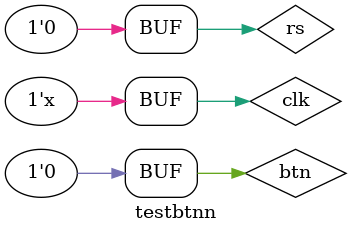
<source format=v>
`timescale 1ns / 1ps


module testbtnn;

	// Inputs
	reg clk;
	reg rs;
	reg btn;

	// Outputs
	wire [7:0] q;

	// Instantiate the Unit Under Test (UUT)
	btn uut (
		.clk(clk), 
		.rs(rs), 
		.btn(btn), 
		.q(q)
	);

	initial begin
		// Initialize Inputs
		clk = 0;
		rs = 0;
		btn = 0;

		// Wait 100 ns for global reset to finish
		#100;
		btn=1;
		#100;
		btn=0;
		#40;
		btn=1;
		#200;
		btn=0;
		#200;
        
		// Add stimulus here

	end
	always begin
	clk=~clk;
	#10;
	end
      
endmodule


</source>
